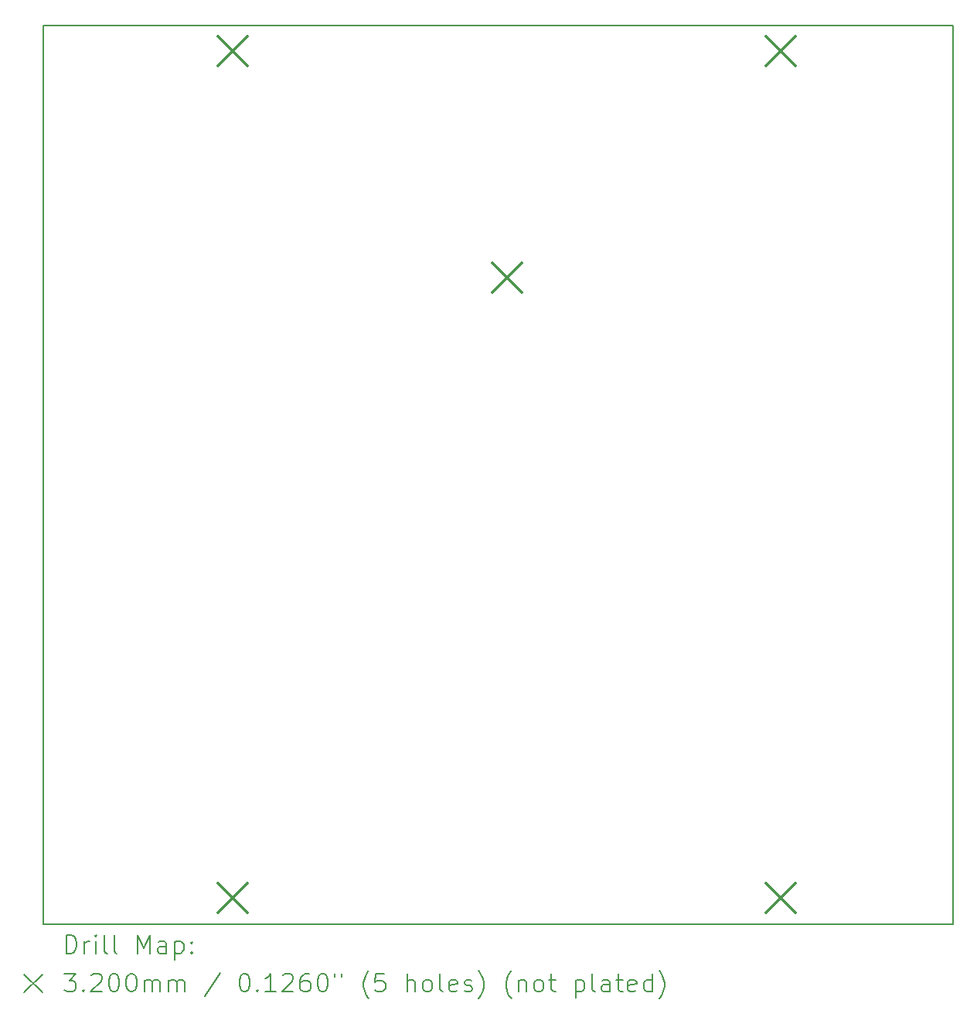
<source format=gbr>
%TF.GenerationSoftware,KiCad,Pcbnew,7.0.9*%
%TF.CreationDate,2023-12-05T19:44:03+10:00*%
%TF.ProjectId,Forward Console General Output,466f7277-6172-4642-9043-6f6e736f6c65,rev?*%
%TF.SameCoordinates,Original*%
%TF.FileFunction,Drillmap*%
%TF.FilePolarity,Positive*%
%FSLAX45Y45*%
G04 Gerber Fmt 4.5, Leading zero omitted, Abs format (unit mm)*
G04 Created by KiCad (PCBNEW 7.0.9) date 2023-12-05 19:44:03*
%MOMM*%
%LPD*%
G01*
G04 APERTURE LIST*
%ADD10C,0.150000*%
%ADD11C,0.200000*%
%ADD12C,0.320000*%
G04 APERTURE END LIST*
D10*
X11524000Y-3681750D02*
X21493500Y-3681750D01*
X21493500Y-13524250D01*
X11524000Y-13524250D01*
X11524000Y-3681750D01*
D11*
D12*
X13442000Y-3807500D02*
X13762000Y-4127500D01*
X13762000Y-3807500D02*
X13442000Y-4127500D01*
X13442000Y-13078500D02*
X13762000Y-13398500D01*
X13762000Y-13078500D02*
X13442000Y-13398500D01*
X16444000Y-6284000D02*
X16764000Y-6604000D01*
X16764000Y-6284000D02*
X16444000Y-6604000D01*
X19442000Y-3807500D02*
X19762000Y-4127500D01*
X19762000Y-3807500D02*
X19442000Y-4127500D01*
X19442000Y-13078500D02*
X19762000Y-13398500D01*
X19762000Y-13078500D02*
X19442000Y-13398500D01*
D11*
X11777277Y-13843234D02*
X11777277Y-13643234D01*
X11777277Y-13643234D02*
X11824896Y-13643234D01*
X11824896Y-13643234D02*
X11853467Y-13652758D01*
X11853467Y-13652758D02*
X11872515Y-13671805D01*
X11872515Y-13671805D02*
X11882039Y-13690853D01*
X11882039Y-13690853D02*
X11891562Y-13728948D01*
X11891562Y-13728948D02*
X11891562Y-13757519D01*
X11891562Y-13757519D02*
X11882039Y-13795615D01*
X11882039Y-13795615D02*
X11872515Y-13814662D01*
X11872515Y-13814662D02*
X11853467Y-13833710D01*
X11853467Y-13833710D02*
X11824896Y-13843234D01*
X11824896Y-13843234D02*
X11777277Y-13843234D01*
X11977277Y-13843234D02*
X11977277Y-13709900D01*
X11977277Y-13747996D02*
X11986801Y-13728948D01*
X11986801Y-13728948D02*
X11996324Y-13719424D01*
X11996324Y-13719424D02*
X12015372Y-13709900D01*
X12015372Y-13709900D02*
X12034420Y-13709900D01*
X12101086Y-13843234D02*
X12101086Y-13709900D01*
X12101086Y-13643234D02*
X12091562Y-13652758D01*
X12091562Y-13652758D02*
X12101086Y-13662281D01*
X12101086Y-13662281D02*
X12110610Y-13652758D01*
X12110610Y-13652758D02*
X12101086Y-13643234D01*
X12101086Y-13643234D02*
X12101086Y-13662281D01*
X12224896Y-13843234D02*
X12205848Y-13833710D01*
X12205848Y-13833710D02*
X12196324Y-13814662D01*
X12196324Y-13814662D02*
X12196324Y-13643234D01*
X12329658Y-13843234D02*
X12310610Y-13833710D01*
X12310610Y-13833710D02*
X12301086Y-13814662D01*
X12301086Y-13814662D02*
X12301086Y-13643234D01*
X12558229Y-13843234D02*
X12558229Y-13643234D01*
X12558229Y-13643234D02*
X12624896Y-13786091D01*
X12624896Y-13786091D02*
X12691562Y-13643234D01*
X12691562Y-13643234D02*
X12691562Y-13843234D01*
X12872515Y-13843234D02*
X12872515Y-13738472D01*
X12872515Y-13738472D02*
X12862991Y-13719424D01*
X12862991Y-13719424D02*
X12843943Y-13709900D01*
X12843943Y-13709900D02*
X12805848Y-13709900D01*
X12805848Y-13709900D02*
X12786801Y-13719424D01*
X12872515Y-13833710D02*
X12853467Y-13843234D01*
X12853467Y-13843234D02*
X12805848Y-13843234D01*
X12805848Y-13843234D02*
X12786801Y-13833710D01*
X12786801Y-13833710D02*
X12777277Y-13814662D01*
X12777277Y-13814662D02*
X12777277Y-13795615D01*
X12777277Y-13795615D02*
X12786801Y-13776567D01*
X12786801Y-13776567D02*
X12805848Y-13767043D01*
X12805848Y-13767043D02*
X12853467Y-13767043D01*
X12853467Y-13767043D02*
X12872515Y-13757519D01*
X12967753Y-13709900D02*
X12967753Y-13909900D01*
X12967753Y-13719424D02*
X12986801Y-13709900D01*
X12986801Y-13709900D02*
X13024896Y-13709900D01*
X13024896Y-13709900D02*
X13043943Y-13719424D01*
X13043943Y-13719424D02*
X13053467Y-13728948D01*
X13053467Y-13728948D02*
X13062991Y-13747996D01*
X13062991Y-13747996D02*
X13062991Y-13805138D01*
X13062991Y-13805138D02*
X13053467Y-13824186D01*
X13053467Y-13824186D02*
X13043943Y-13833710D01*
X13043943Y-13833710D02*
X13024896Y-13843234D01*
X13024896Y-13843234D02*
X12986801Y-13843234D01*
X12986801Y-13843234D02*
X12967753Y-13833710D01*
X13148705Y-13824186D02*
X13158229Y-13833710D01*
X13158229Y-13833710D02*
X13148705Y-13843234D01*
X13148705Y-13843234D02*
X13139182Y-13833710D01*
X13139182Y-13833710D02*
X13148705Y-13824186D01*
X13148705Y-13824186D02*
X13148705Y-13843234D01*
X13148705Y-13719424D02*
X13158229Y-13728948D01*
X13158229Y-13728948D02*
X13148705Y-13738472D01*
X13148705Y-13738472D02*
X13139182Y-13728948D01*
X13139182Y-13728948D02*
X13148705Y-13719424D01*
X13148705Y-13719424D02*
X13148705Y-13738472D01*
X11316500Y-14071750D02*
X11516500Y-14271750D01*
X11516500Y-14071750D02*
X11316500Y-14271750D01*
X11758229Y-14063234D02*
X11882039Y-14063234D01*
X11882039Y-14063234D02*
X11815372Y-14139424D01*
X11815372Y-14139424D02*
X11843943Y-14139424D01*
X11843943Y-14139424D02*
X11862991Y-14148948D01*
X11862991Y-14148948D02*
X11872515Y-14158472D01*
X11872515Y-14158472D02*
X11882039Y-14177519D01*
X11882039Y-14177519D02*
X11882039Y-14225138D01*
X11882039Y-14225138D02*
X11872515Y-14244186D01*
X11872515Y-14244186D02*
X11862991Y-14253710D01*
X11862991Y-14253710D02*
X11843943Y-14263234D01*
X11843943Y-14263234D02*
X11786801Y-14263234D01*
X11786801Y-14263234D02*
X11767753Y-14253710D01*
X11767753Y-14253710D02*
X11758229Y-14244186D01*
X11967753Y-14244186D02*
X11977277Y-14253710D01*
X11977277Y-14253710D02*
X11967753Y-14263234D01*
X11967753Y-14263234D02*
X11958229Y-14253710D01*
X11958229Y-14253710D02*
X11967753Y-14244186D01*
X11967753Y-14244186D02*
X11967753Y-14263234D01*
X12053467Y-14082281D02*
X12062991Y-14072758D01*
X12062991Y-14072758D02*
X12082039Y-14063234D01*
X12082039Y-14063234D02*
X12129658Y-14063234D01*
X12129658Y-14063234D02*
X12148705Y-14072758D01*
X12148705Y-14072758D02*
X12158229Y-14082281D01*
X12158229Y-14082281D02*
X12167753Y-14101329D01*
X12167753Y-14101329D02*
X12167753Y-14120377D01*
X12167753Y-14120377D02*
X12158229Y-14148948D01*
X12158229Y-14148948D02*
X12043943Y-14263234D01*
X12043943Y-14263234D02*
X12167753Y-14263234D01*
X12291562Y-14063234D02*
X12310610Y-14063234D01*
X12310610Y-14063234D02*
X12329658Y-14072758D01*
X12329658Y-14072758D02*
X12339182Y-14082281D01*
X12339182Y-14082281D02*
X12348705Y-14101329D01*
X12348705Y-14101329D02*
X12358229Y-14139424D01*
X12358229Y-14139424D02*
X12358229Y-14187043D01*
X12358229Y-14187043D02*
X12348705Y-14225138D01*
X12348705Y-14225138D02*
X12339182Y-14244186D01*
X12339182Y-14244186D02*
X12329658Y-14253710D01*
X12329658Y-14253710D02*
X12310610Y-14263234D01*
X12310610Y-14263234D02*
X12291562Y-14263234D01*
X12291562Y-14263234D02*
X12272515Y-14253710D01*
X12272515Y-14253710D02*
X12262991Y-14244186D01*
X12262991Y-14244186D02*
X12253467Y-14225138D01*
X12253467Y-14225138D02*
X12243943Y-14187043D01*
X12243943Y-14187043D02*
X12243943Y-14139424D01*
X12243943Y-14139424D02*
X12253467Y-14101329D01*
X12253467Y-14101329D02*
X12262991Y-14082281D01*
X12262991Y-14082281D02*
X12272515Y-14072758D01*
X12272515Y-14072758D02*
X12291562Y-14063234D01*
X12482039Y-14063234D02*
X12501086Y-14063234D01*
X12501086Y-14063234D02*
X12520134Y-14072758D01*
X12520134Y-14072758D02*
X12529658Y-14082281D01*
X12529658Y-14082281D02*
X12539182Y-14101329D01*
X12539182Y-14101329D02*
X12548705Y-14139424D01*
X12548705Y-14139424D02*
X12548705Y-14187043D01*
X12548705Y-14187043D02*
X12539182Y-14225138D01*
X12539182Y-14225138D02*
X12529658Y-14244186D01*
X12529658Y-14244186D02*
X12520134Y-14253710D01*
X12520134Y-14253710D02*
X12501086Y-14263234D01*
X12501086Y-14263234D02*
X12482039Y-14263234D01*
X12482039Y-14263234D02*
X12462991Y-14253710D01*
X12462991Y-14253710D02*
X12453467Y-14244186D01*
X12453467Y-14244186D02*
X12443943Y-14225138D01*
X12443943Y-14225138D02*
X12434420Y-14187043D01*
X12434420Y-14187043D02*
X12434420Y-14139424D01*
X12434420Y-14139424D02*
X12443943Y-14101329D01*
X12443943Y-14101329D02*
X12453467Y-14082281D01*
X12453467Y-14082281D02*
X12462991Y-14072758D01*
X12462991Y-14072758D02*
X12482039Y-14063234D01*
X12634420Y-14263234D02*
X12634420Y-14129900D01*
X12634420Y-14148948D02*
X12643943Y-14139424D01*
X12643943Y-14139424D02*
X12662991Y-14129900D01*
X12662991Y-14129900D02*
X12691563Y-14129900D01*
X12691563Y-14129900D02*
X12710610Y-14139424D01*
X12710610Y-14139424D02*
X12720134Y-14158472D01*
X12720134Y-14158472D02*
X12720134Y-14263234D01*
X12720134Y-14158472D02*
X12729658Y-14139424D01*
X12729658Y-14139424D02*
X12748705Y-14129900D01*
X12748705Y-14129900D02*
X12777277Y-14129900D01*
X12777277Y-14129900D02*
X12796324Y-14139424D01*
X12796324Y-14139424D02*
X12805848Y-14158472D01*
X12805848Y-14158472D02*
X12805848Y-14263234D01*
X12901086Y-14263234D02*
X12901086Y-14129900D01*
X12901086Y-14148948D02*
X12910610Y-14139424D01*
X12910610Y-14139424D02*
X12929658Y-14129900D01*
X12929658Y-14129900D02*
X12958229Y-14129900D01*
X12958229Y-14129900D02*
X12977277Y-14139424D01*
X12977277Y-14139424D02*
X12986801Y-14158472D01*
X12986801Y-14158472D02*
X12986801Y-14263234D01*
X12986801Y-14158472D02*
X12996324Y-14139424D01*
X12996324Y-14139424D02*
X13015372Y-14129900D01*
X13015372Y-14129900D02*
X13043943Y-14129900D01*
X13043943Y-14129900D02*
X13062991Y-14139424D01*
X13062991Y-14139424D02*
X13072515Y-14158472D01*
X13072515Y-14158472D02*
X13072515Y-14263234D01*
X13462991Y-14053710D02*
X13291563Y-14310853D01*
X13720134Y-14063234D02*
X13739182Y-14063234D01*
X13739182Y-14063234D02*
X13758229Y-14072758D01*
X13758229Y-14072758D02*
X13767753Y-14082281D01*
X13767753Y-14082281D02*
X13777277Y-14101329D01*
X13777277Y-14101329D02*
X13786801Y-14139424D01*
X13786801Y-14139424D02*
X13786801Y-14187043D01*
X13786801Y-14187043D02*
X13777277Y-14225138D01*
X13777277Y-14225138D02*
X13767753Y-14244186D01*
X13767753Y-14244186D02*
X13758229Y-14253710D01*
X13758229Y-14253710D02*
X13739182Y-14263234D01*
X13739182Y-14263234D02*
X13720134Y-14263234D01*
X13720134Y-14263234D02*
X13701086Y-14253710D01*
X13701086Y-14253710D02*
X13691563Y-14244186D01*
X13691563Y-14244186D02*
X13682039Y-14225138D01*
X13682039Y-14225138D02*
X13672515Y-14187043D01*
X13672515Y-14187043D02*
X13672515Y-14139424D01*
X13672515Y-14139424D02*
X13682039Y-14101329D01*
X13682039Y-14101329D02*
X13691563Y-14082281D01*
X13691563Y-14082281D02*
X13701086Y-14072758D01*
X13701086Y-14072758D02*
X13720134Y-14063234D01*
X13872515Y-14244186D02*
X13882039Y-14253710D01*
X13882039Y-14253710D02*
X13872515Y-14263234D01*
X13872515Y-14263234D02*
X13862991Y-14253710D01*
X13862991Y-14253710D02*
X13872515Y-14244186D01*
X13872515Y-14244186D02*
X13872515Y-14263234D01*
X14072515Y-14263234D02*
X13958229Y-14263234D01*
X14015372Y-14263234D02*
X14015372Y-14063234D01*
X14015372Y-14063234D02*
X13996325Y-14091805D01*
X13996325Y-14091805D02*
X13977277Y-14110853D01*
X13977277Y-14110853D02*
X13958229Y-14120377D01*
X14148706Y-14082281D02*
X14158229Y-14072758D01*
X14158229Y-14072758D02*
X14177277Y-14063234D01*
X14177277Y-14063234D02*
X14224896Y-14063234D01*
X14224896Y-14063234D02*
X14243944Y-14072758D01*
X14243944Y-14072758D02*
X14253467Y-14082281D01*
X14253467Y-14082281D02*
X14262991Y-14101329D01*
X14262991Y-14101329D02*
X14262991Y-14120377D01*
X14262991Y-14120377D02*
X14253467Y-14148948D01*
X14253467Y-14148948D02*
X14139182Y-14263234D01*
X14139182Y-14263234D02*
X14262991Y-14263234D01*
X14434420Y-14063234D02*
X14396325Y-14063234D01*
X14396325Y-14063234D02*
X14377277Y-14072758D01*
X14377277Y-14072758D02*
X14367753Y-14082281D01*
X14367753Y-14082281D02*
X14348706Y-14110853D01*
X14348706Y-14110853D02*
X14339182Y-14148948D01*
X14339182Y-14148948D02*
X14339182Y-14225138D01*
X14339182Y-14225138D02*
X14348706Y-14244186D01*
X14348706Y-14244186D02*
X14358229Y-14253710D01*
X14358229Y-14253710D02*
X14377277Y-14263234D01*
X14377277Y-14263234D02*
X14415372Y-14263234D01*
X14415372Y-14263234D02*
X14434420Y-14253710D01*
X14434420Y-14253710D02*
X14443944Y-14244186D01*
X14443944Y-14244186D02*
X14453467Y-14225138D01*
X14453467Y-14225138D02*
X14453467Y-14177519D01*
X14453467Y-14177519D02*
X14443944Y-14158472D01*
X14443944Y-14158472D02*
X14434420Y-14148948D01*
X14434420Y-14148948D02*
X14415372Y-14139424D01*
X14415372Y-14139424D02*
X14377277Y-14139424D01*
X14377277Y-14139424D02*
X14358229Y-14148948D01*
X14358229Y-14148948D02*
X14348706Y-14158472D01*
X14348706Y-14158472D02*
X14339182Y-14177519D01*
X14577277Y-14063234D02*
X14596325Y-14063234D01*
X14596325Y-14063234D02*
X14615372Y-14072758D01*
X14615372Y-14072758D02*
X14624896Y-14082281D01*
X14624896Y-14082281D02*
X14634420Y-14101329D01*
X14634420Y-14101329D02*
X14643944Y-14139424D01*
X14643944Y-14139424D02*
X14643944Y-14187043D01*
X14643944Y-14187043D02*
X14634420Y-14225138D01*
X14634420Y-14225138D02*
X14624896Y-14244186D01*
X14624896Y-14244186D02*
X14615372Y-14253710D01*
X14615372Y-14253710D02*
X14596325Y-14263234D01*
X14596325Y-14263234D02*
X14577277Y-14263234D01*
X14577277Y-14263234D02*
X14558229Y-14253710D01*
X14558229Y-14253710D02*
X14548706Y-14244186D01*
X14548706Y-14244186D02*
X14539182Y-14225138D01*
X14539182Y-14225138D02*
X14529658Y-14187043D01*
X14529658Y-14187043D02*
X14529658Y-14139424D01*
X14529658Y-14139424D02*
X14539182Y-14101329D01*
X14539182Y-14101329D02*
X14548706Y-14082281D01*
X14548706Y-14082281D02*
X14558229Y-14072758D01*
X14558229Y-14072758D02*
X14577277Y-14063234D01*
X14720134Y-14063234D02*
X14720134Y-14101329D01*
X14796325Y-14063234D02*
X14796325Y-14101329D01*
X15091563Y-14339424D02*
X15082039Y-14329900D01*
X15082039Y-14329900D02*
X15062991Y-14301329D01*
X15062991Y-14301329D02*
X15053468Y-14282281D01*
X15053468Y-14282281D02*
X15043944Y-14253710D01*
X15043944Y-14253710D02*
X15034420Y-14206091D01*
X15034420Y-14206091D02*
X15034420Y-14167996D01*
X15034420Y-14167996D02*
X15043944Y-14120377D01*
X15043944Y-14120377D02*
X15053468Y-14091805D01*
X15053468Y-14091805D02*
X15062991Y-14072758D01*
X15062991Y-14072758D02*
X15082039Y-14044186D01*
X15082039Y-14044186D02*
X15091563Y-14034662D01*
X15262991Y-14063234D02*
X15167753Y-14063234D01*
X15167753Y-14063234D02*
X15158229Y-14158472D01*
X15158229Y-14158472D02*
X15167753Y-14148948D01*
X15167753Y-14148948D02*
X15186801Y-14139424D01*
X15186801Y-14139424D02*
X15234420Y-14139424D01*
X15234420Y-14139424D02*
X15253468Y-14148948D01*
X15253468Y-14148948D02*
X15262991Y-14158472D01*
X15262991Y-14158472D02*
X15272515Y-14177519D01*
X15272515Y-14177519D02*
X15272515Y-14225138D01*
X15272515Y-14225138D02*
X15262991Y-14244186D01*
X15262991Y-14244186D02*
X15253468Y-14253710D01*
X15253468Y-14253710D02*
X15234420Y-14263234D01*
X15234420Y-14263234D02*
X15186801Y-14263234D01*
X15186801Y-14263234D02*
X15167753Y-14253710D01*
X15167753Y-14253710D02*
X15158229Y-14244186D01*
X15510610Y-14263234D02*
X15510610Y-14063234D01*
X15596325Y-14263234D02*
X15596325Y-14158472D01*
X15596325Y-14158472D02*
X15586801Y-14139424D01*
X15586801Y-14139424D02*
X15567753Y-14129900D01*
X15567753Y-14129900D02*
X15539182Y-14129900D01*
X15539182Y-14129900D02*
X15520134Y-14139424D01*
X15520134Y-14139424D02*
X15510610Y-14148948D01*
X15720134Y-14263234D02*
X15701087Y-14253710D01*
X15701087Y-14253710D02*
X15691563Y-14244186D01*
X15691563Y-14244186D02*
X15682039Y-14225138D01*
X15682039Y-14225138D02*
X15682039Y-14167996D01*
X15682039Y-14167996D02*
X15691563Y-14148948D01*
X15691563Y-14148948D02*
X15701087Y-14139424D01*
X15701087Y-14139424D02*
X15720134Y-14129900D01*
X15720134Y-14129900D02*
X15748706Y-14129900D01*
X15748706Y-14129900D02*
X15767753Y-14139424D01*
X15767753Y-14139424D02*
X15777277Y-14148948D01*
X15777277Y-14148948D02*
X15786801Y-14167996D01*
X15786801Y-14167996D02*
X15786801Y-14225138D01*
X15786801Y-14225138D02*
X15777277Y-14244186D01*
X15777277Y-14244186D02*
X15767753Y-14253710D01*
X15767753Y-14253710D02*
X15748706Y-14263234D01*
X15748706Y-14263234D02*
X15720134Y-14263234D01*
X15901087Y-14263234D02*
X15882039Y-14253710D01*
X15882039Y-14253710D02*
X15872515Y-14234662D01*
X15872515Y-14234662D02*
X15872515Y-14063234D01*
X16053468Y-14253710D02*
X16034420Y-14263234D01*
X16034420Y-14263234D02*
X15996325Y-14263234D01*
X15996325Y-14263234D02*
X15977277Y-14253710D01*
X15977277Y-14253710D02*
X15967753Y-14234662D01*
X15967753Y-14234662D02*
X15967753Y-14158472D01*
X15967753Y-14158472D02*
X15977277Y-14139424D01*
X15977277Y-14139424D02*
X15996325Y-14129900D01*
X15996325Y-14129900D02*
X16034420Y-14129900D01*
X16034420Y-14129900D02*
X16053468Y-14139424D01*
X16053468Y-14139424D02*
X16062991Y-14158472D01*
X16062991Y-14158472D02*
X16062991Y-14177519D01*
X16062991Y-14177519D02*
X15967753Y-14196567D01*
X16139182Y-14253710D02*
X16158230Y-14263234D01*
X16158230Y-14263234D02*
X16196325Y-14263234D01*
X16196325Y-14263234D02*
X16215372Y-14253710D01*
X16215372Y-14253710D02*
X16224896Y-14234662D01*
X16224896Y-14234662D02*
X16224896Y-14225138D01*
X16224896Y-14225138D02*
X16215372Y-14206091D01*
X16215372Y-14206091D02*
X16196325Y-14196567D01*
X16196325Y-14196567D02*
X16167753Y-14196567D01*
X16167753Y-14196567D02*
X16148706Y-14187043D01*
X16148706Y-14187043D02*
X16139182Y-14167996D01*
X16139182Y-14167996D02*
X16139182Y-14158472D01*
X16139182Y-14158472D02*
X16148706Y-14139424D01*
X16148706Y-14139424D02*
X16167753Y-14129900D01*
X16167753Y-14129900D02*
X16196325Y-14129900D01*
X16196325Y-14129900D02*
X16215372Y-14139424D01*
X16291563Y-14339424D02*
X16301087Y-14329900D01*
X16301087Y-14329900D02*
X16320134Y-14301329D01*
X16320134Y-14301329D02*
X16329658Y-14282281D01*
X16329658Y-14282281D02*
X16339182Y-14253710D01*
X16339182Y-14253710D02*
X16348706Y-14206091D01*
X16348706Y-14206091D02*
X16348706Y-14167996D01*
X16348706Y-14167996D02*
X16339182Y-14120377D01*
X16339182Y-14120377D02*
X16329658Y-14091805D01*
X16329658Y-14091805D02*
X16320134Y-14072758D01*
X16320134Y-14072758D02*
X16301087Y-14044186D01*
X16301087Y-14044186D02*
X16291563Y-14034662D01*
X16653468Y-14339424D02*
X16643944Y-14329900D01*
X16643944Y-14329900D02*
X16624896Y-14301329D01*
X16624896Y-14301329D02*
X16615372Y-14282281D01*
X16615372Y-14282281D02*
X16605849Y-14253710D01*
X16605849Y-14253710D02*
X16596325Y-14206091D01*
X16596325Y-14206091D02*
X16596325Y-14167996D01*
X16596325Y-14167996D02*
X16605849Y-14120377D01*
X16605849Y-14120377D02*
X16615372Y-14091805D01*
X16615372Y-14091805D02*
X16624896Y-14072758D01*
X16624896Y-14072758D02*
X16643944Y-14044186D01*
X16643944Y-14044186D02*
X16653468Y-14034662D01*
X16729658Y-14129900D02*
X16729658Y-14263234D01*
X16729658Y-14148948D02*
X16739182Y-14139424D01*
X16739182Y-14139424D02*
X16758230Y-14129900D01*
X16758230Y-14129900D02*
X16786801Y-14129900D01*
X16786801Y-14129900D02*
X16805849Y-14139424D01*
X16805849Y-14139424D02*
X16815373Y-14158472D01*
X16815373Y-14158472D02*
X16815373Y-14263234D01*
X16939182Y-14263234D02*
X16920134Y-14253710D01*
X16920134Y-14253710D02*
X16910611Y-14244186D01*
X16910611Y-14244186D02*
X16901087Y-14225138D01*
X16901087Y-14225138D02*
X16901087Y-14167996D01*
X16901087Y-14167996D02*
X16910611Y-14148948D01*
X16910611Y-14148948D02*
X16920134Y-14139424D01*
X16920134Y-14139424D02*
X16939182Y-14129900D01*
X16939182Y-14129900D02*
X16967754Y-14129900D01*
X16967754Y-14129900D02*
X16986801Y-14139424D01*
X16986801Y-14139424D02*
X16996325Y-14148948D01*
X16996325Y-14148948D02*
X17005849Y-14167996D01*
X17005849Y-14167996D02*
X17005849Y-14225138D01*
X17005849Y-14225138D02*
X16996325Y-14244186D01*
X16996325Y-14244186D02*
X16986801Y-14253710D01*
X16986801Y-14253710D02*
X16967754Y-14263234D01*
X16967754Y-14263234D02*
X16939182Y-14263234D01*
X17062992Y-14129900D02*
X17139182Y-14129900D01*
X17091563Y-14063234D02*
X17091563Y-14234662D01*
X17091563Y-14234662D02*
X17101087Y-14253710D01*
X17101087Y-14253710D02*
X17120134Y-14263234D01*
X17120134Y-14263234D02*
X17139182Y-14263234D01*
X17358230Y-14129900D02*
X17358230Y-14329900D01*
X17358230Y-14139424D02*
X17377277Y-14129900D01*
X17377277Y-14129900D02*
X17415373Y-14129900D01*
X17415373Y-14129900D02*
X17434420Y-14139424D01*
X17434420Y-14139424D02*
X17443944Y-14148948D01*
X17443944Y-14148948D02*
X17453468Y-14167996D01*
X17453468Y-14167996D02*
X17453468Y-14225138D01*
X17453468Y-14225138D02*
X17443944Y-14244186D01*
X17443944Y-14244186D02*
X17434420Y-14253710D01*
X17434420Y-14253710D02*
X17415373Y-14263234D01*
X17415373Y-14263234D02*
X17377277Y-14263234D01*
X17377277Y-14263234D02*
X17358230Y-14253710D01*
X17567754Y-14263234D02*
X17548706Y-14253710D01*
X17548706Y-14253710D02*
X17539182Y-14234662D01*
X17539182Y-14234662D02*
X17539182Y-14063234D01*
X17729658Y-14263234D02*
X17729658Y-14158472D01*
X17729658Y-14158472D02*
X17720135Y-14139424D01*
X17720135Y-14139424D02*
X17701087Y-14129900D01*
X17701087Y-14129900D02*
X17662992Y-14129900D01*
X17662992Y-14129900D02*
X17643944Y-14139424D01*
X17729658Y-14253710D02*
X17710611Y-14263234D01*
X17710611Y-14263234D02*
X17662992Y-14263234D01*
X17662992Y-14263234D02*
X17643944Y-14253710D01*
X17643944Y-14253710D02*
X17634420Y-14234662D01*
X17634420Y-14234662D02*
X17634420Y-14215615D01*
X17634420Y-14215615D02*
X17643944Y-14196567D01*
X17643944Y-14196567D02*
X17662992Y-14187043D01*
X17662992Y-14187043D02*
X17710611Y-14187043D01*
X17710611Y-14187043D02*
X17729658Y-14177519D01*
X17796325Y-14129900D02*
X17872515Y-14129900D01*
X17824896Y-14063234D02*
X17824896Y-14234662D01*
X17824896Y-14234662D02*
X17834420Y-14253710D01*
X17834420Y-14253710D02*
X17853468Y-14263234D01*
X17853468Y-14263234D02*
X17872515Y-14263234D01*
X18015373Y-14253710D02*
X17996325Y-14263234D01*
X17996325Y-14263234D02*
X17958230Y-14263234D01*
X17958230Y-14263234D02*
X17939182Y-14253710D01*
X17939182Y-14253710D02*
X17929658Y-14234662D01*
X17929658Y-14234662D02*
X17929658Y-14158472D01*
X17929658Y-14158472D02*
X17939182Y-14139424D01*
X17939182Y-14139424D02*
X17958230Y-14129900D01*
X17958230Y-14129900D02*
X17996325Y-14129900D01*
X17996325Y-14129900D02*
X18015373Y-14139424D01*
X18015373Y-14139424D02*
X18024896Y-14158472D01*
X18024896Y-14158472D02*
X18024896Y-14177519D01*
X18024896Y-14177519D02*
X17929658Y-14196567D01*
X18196325Y-14263234D02*
X18196325Y-14063234D01*
X18196325Y-14253710D02*
X18177277Y-14263234D01*
X18177277Y-14263234D02*
X18139182Y-14263234D01*
X18139182Y-14263234D02*
X18120135Y-14253710D01*
X18120135Y-14253710D02*
X18110611Y-14244186D01*
X18110611Y-14244186D02*
X18101087Y-14225138D01*
X18101087Y-14225138D02*
X18101087Y-14167996D01*
X18101087Y-14167996D02*
X18110611Y-14148948D01*
X18110611Y-14148948D02*
X18120135Y-14139424D01*
X18120135Y-14139424D02*
X18139182Y-14129900D01*
X18139182Y-14129900D02*
X18177277Y-14129900D01*
X18177277Y-14129900D02*
X18196325Y-14139424D01*
X18272516Y-14339424D02*
X18282039Y-14329900D01*
X18282039Y-14329900D02*
X18301087Y-14301329D01*
X18301087Y-14301329D02*
X18310611Y-14282281D01*
X18310611Y-14282281D02*
X18320135Y-14253710D01*
X18320135Y-14253710D02*
X18329658Y-14206091D01*
X18329658Y-14206091D02*
X18329658Y-14167996D01*
X18329658Y-14167996D02*
X18320135Y-14120377D01*
X18320135Y-14120377D02*
X18310611Y-14091805D01*
X18310611Y-14091805D02*
X18301087Y-14072758D01*
X18301087Y-14072758D02*
X18282039Y-14044186D01*
X18282039Y-14044186D02*
X18272516Y-14034662D01*
M02*

</source>
